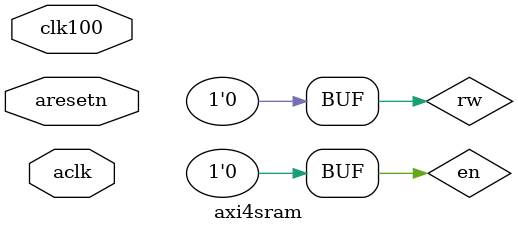
<source format=sv>

/*BSD 3-Clause License

Copyright (c) 2018, IceNature
All rights reserved.

Redistribution and use in source and binary forms, with or without
modification, are permitted provided that the following conditions are met:

* Redistributions of source code must retain the above copyright notice, this
  list of conditions and the following disclaimer.

* Redistributions in binary form must reproduce the above copyright notice,
  this list of conditions and the following disclaimer in the documentation
  and/or other materials provided with the distribution.

* Neither the name of the copyright holder nor the names of its
  contributors may be used to endorse or promote products derived from
  this software without specific prior written permission.

THIS SOFTWARE IS PROVIDED BY THE COPYRIGHT HOLDERS AND CONTRIBUTORS "AS IS"
AND ANY EXPRESS OR IMPLIED WARRANTIES, INCLUDING, BUT NOT LIMITED TO, THE
IMPLIED WARRANTIES OF MERCHANTABILITY AND FITNESS FOR A PARTICULAR PURPOSE ARE
DISCLAIMED. IN NO EVENT SHALL THE COPYRIGHT HOLDER OR CONTRIBUTORS BE LIABLE
FOR ANY DIRECT, INDIRECT, INCIDENTAL, SPECIAL, EXEMPLARY, OR CONSEQUENTIAL
DAMAGES (INCLUDING, BUT NOT LIMITED TO, PROCUREMENT OF SUBSTITUTE GOODS OR
SERVICES; LOSS OF USE, DATA, OR PROFITS; OR BUSINESS INTERRUPTION) HOWEVER
CAUSED AND ON ANY THEORY OF LIABILITY, WHETHER IN CONTRACT, STRICT LIABILITY,
OR TORT (INCLUDING NEGLIGENCE OR OTHERWISE) ARISING IN ANY WAY OUT OF THE USE
OF THIS SOFTWARE, EVEN IF ADVISED OF THE POSSIBILITY OF SUCH DAMAGE.*/

// Used with minor modifications to cope with IS61WV25616EDBLL instead of IS61WV12816BLL 

`timescale 1ns / 1ps

module sram_controller(
	input wire clk100,
	// Control i/o
	input wire rw,
	input wire en,
	input wire [17:0] address,
	input wire [15:0] data_in,
	output reg [15:0] data_out,
	output wire read_finish,
	output wire write_finish,
	// To SRAM pins
	sramwires.def sramconn);
	
typedef enum logic [2:0] {INIT, IDLE, ADDR, BEGIN, WAIT, OPERATE, END} sramstatetype;
sramstatetype sramstate = INIT;

reg [15:0] data_out_reg = 16'b0;

assign read_finish = ((!rw && sramstate == END) ? 1'b1 : 1'b0);
assign write_finish = ((rw && sramstate == END) ? 1'b1 : 1'b0);
assign sramconn.sram_data_inout = rw ? data_out_reg : 16'bz;

always @(posedge clk100) begin
	case (sramstate)
		INIT: begin
			sramstate <= IDLE;
		end
		IDLE: begin
			sramstate <= en ? ADDR : IDLE;
		end
		ADDR:
			sramstate <= BEGIN;
		BEGIN:
			sramstate <= WAIT;
		WAIT:
			sramstate <= OPERATE;
		OPERATE:
			sramstate <= END;
		END:
			sramstate <= IDLE;
		default:
			sramstate <= IDLE;
	endcase
	
	/*if (~aresetn) begin
		sramstate <= IDLE;
	end*/
end

always @(posedge clk100) begin
	case (sramstate)
		ADDR:
			sramconn.sram_addr <= address;
		END:
			sramconn.sram_addr <= 18'd0;
		default:
			sramconn.sram_addr <= sramconn.sram_addr;
	endcase

	/*if (~aresetn) begin
		sramconn.sram_addr <= 18'd0;
	end*/
end

always @(posedge clk100) begin
	case (sramstate)
		BEGIN: begin
			sramconn.sram_cen <= 1'b0;
			sramconn.sram_ub <= 1'b0;
			sramconn.sram_lb <= 1'b0;
		end
		END: begin
			sramconn.sram_cen <= 1'b1;
			sramconn.sram_ub <= 1'b1;
			sramconn.sram_lb <= 1'b1;
		end
		default: begin
			sramconn.sram_cen <= sramconn.sram_cen;
			sramconn.sram_ub <= sramconn.sram_ub;
			sramconn.sram_lb <= sramconn.sram_lb;
		end
	endcase

	/*if (~aresetn) begin
		sramconn.sram_cen <= 1'b0;
		sramconn.sram_ub <= 1'b0;
		sramconn.sram_lb <= 1'b0;
	end*/
end

always @(posedge clk100) begin
	if (rw && sramstate == BEGIN)
		sramconn.sram_we <= 1'b0;
	else if (sramstate == END)
		sramconn.sram_we <= 1'b1;
	else
		sramconn.sram_we <= sramconn.sram_we;

	/*if (~aresetn) begin
		sramconn.sram_we <= 1'b0;
	end*/
end

always @(posedge clk100) begin
	if (!rw && sramstate == BEGIN)
		sramconn.sram_oe <= 1'b0;
	else if (sramstate == END)
		sramconn.sram_oe <= 1'b1;
	else
		sramconn.sram_oe <= sramconn.sram_oe;

	/*if (~aresetn) begin
		sram_oe <= 1'b0;
	end*/
end

always @(posedge clk100) begin
	if (sramstate == OPERATE)
		if (rw) begin
			data_out_reg <= data_in;
			data_out <= sramconn.data_out;
		end else begin
			data_out_reg <= data_out_reg;
			data_out <= sramconn.sram_data_inout;
		end
	else
	begin
		data_out_reg <= data_out_reg;
		data_out <= sramconn.data_out;
	end

	/*if (~aresetn) begin
		sramconn.data_out_reg <= 16'd0;
		sramconn.data_out <= 16'd0;
	end*/
end

endmodule

module axi4sram(
	input wire aclk,
	input wire clk100,
	input wire aresetn,
	axi4if.slave m_axi,
	sramwires.def sramconn);

logic rw = 1'b0;
logic en = 1'b0;
logic [17:0] address;
wire [15:0] data_out;
logic [15:0] data_in;
wire rdone, wdone;

sram_controller sraminst(
	.clk100(clk100),
	.rw(rw),
	.en(en),
	.address(),
	.data_in(data_in),
	.data_out(data_out),
	.read_finish(rdone),
	.write_finish(wdone),
	.sramconn(sramconn));

endmodule

</source>
